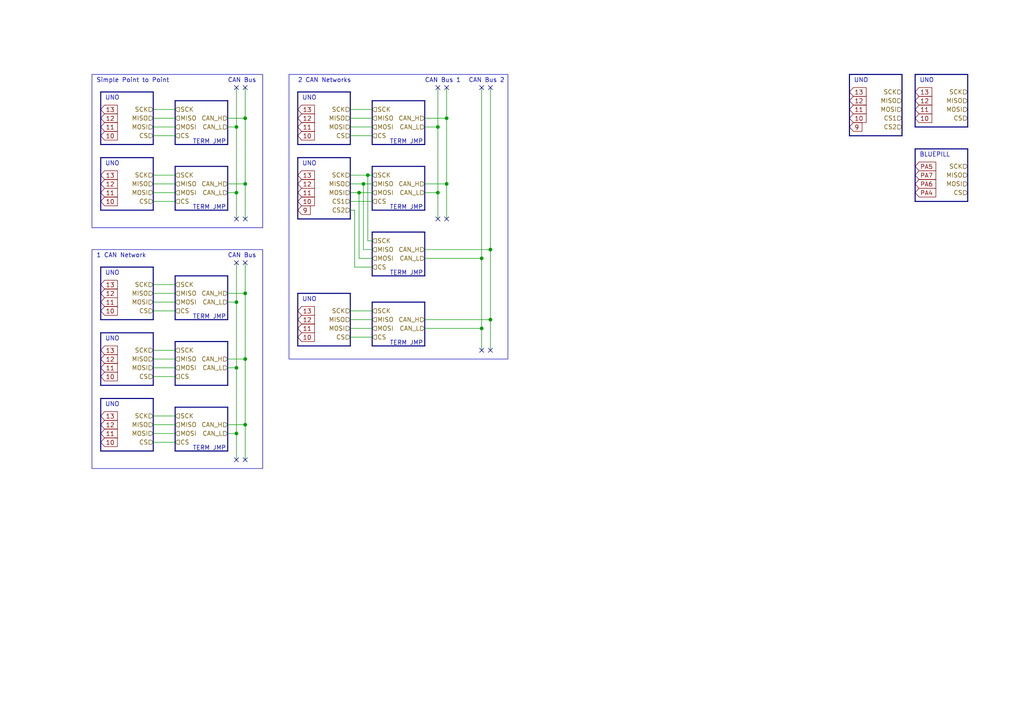
<source format=kicad_sch>
(kicad_sch (version 20230121) (generator eeschema)
  (paper "A4")
  (lib_symbols)
  (junction (at 129.54 53.34))
  (junction (at 71.12 85.09))
  (junction (at 71.12 53.34))
  (junction (at 104.14 55.88))
  (junction (at 106.68 50.8))
  (junction (at 139.7 95.25))
  (junction (at 129.54 34.29))
  (junction (at 142.24 92.71))
  (junction (at 71.12 123.19))
  (junction (at 71.12 34.29))
  (junction (at 139.7 74.93))
  (junction (at 68.58 55.88))
  (junction (at 127 36.83))
  (junction (at 68.58 125.73))
  (junction (at 127 55.88))
  (junction (at 68.58 87.63))
  (junction (at 105.41 53.34))
  (junction (at 68.58 36.83))
  (junction (at 71.12 104.14))
  (junction (at 68.58 106.68))
  (junction (at 142.24 72.39))
  (no_connect (at 71.12 25.4))
  (no_connect (at 68.58 133.35))
  (no_connect (at 127 25.4))
  (no_connect (at 71.12 133.35))
  (no_connect (at 68.58 76.2))
  (no_connect (at 139.7 101.6))
  (no_connect (at 71.12 63.5))
  (no_connect (at 139.7 25.4))
  (no_connect (at 127 63.5))
  (no_connect (at 129.54 25.4))
  (no_connect (at 142.24 25.4))
  (no_connect (at 129.54 63.5))
  (no_connect (at 71.12 76.2))
  (no_connect (at 68.58 25.4))
  (no_connect (at 68.58 63.5))
  (no_connect (at 142.24 101.6))
  (bus (pts (xy 44.45 60.96) (xy 29.21 60.96)))
  (bus (pts (xy 107.95 67.31) (xy 123.19 67.31)))
  (bus (pts (xy 265.43 21.59) (xy 265.43 36.83)))
  (wire (pts (xy 102.87 77.47) (xy 107.95 77.47)))
  (bus (pts (xy 261.62 21.59) (xy 261.62 39.37)))
  (bus (pts (xy 280.67 43.18) (xy 280.67 58.42)))
  (bus (pts (xy 29.21 26.67) (xy 29.21 41.91)))
  (bus (pts (xy 29.21 96.52) (xy 29.21 111.76)))
  (wire (pts (xy 104.14 55.88) (xy 107.95 55.88)))
  (bus (pts (xy 280.67 43.18) (xy 265.43 43.18)))
  (wire (pts (xy 101.6 97.79) (xy 107.95 97.79)))
  (bus (pts (xy 101.6 85.09) (xy 101.6 100.33)))
  (wire (pts (xy 102.87 60.96) (xy 102.87 77.47)))
  (wire (pts (xy 68.58 25.4) (xy 68.58 36.83)))
  (wire (pts (xy 44.45 125.73) (xy 50.8 125.73)))
  (bus (pts (xy 261.62 21.59) (xy 246.38 21.59)))
  (wire (pts (xy 44.45 123.19) (xy 50.8 123.19)))
  (bus (pts (xy 44.45 77.47) (xy 29.21 77.47)))
  (bus (pts (xy 107.95 67.31) (xy 107.95 80.01)))
  (bus (pts (xy 66.04 99.06) (xy 66.04 111.76)))
  (wire (pts (xy 71.12 123.19) (xy 71.12 133.35)))
  (wire (pts (xy 101.6 55.88) (xy 104.14 55.88)))
  (bus (pts (xy 50.8 80.01) (xy 66.04 80.01)))
  (bus (pts (xy 44.45 111.76) (xy 29.21 111.76)))
  (wire (pts (xy 129.54 25.4) (xy 129.54 34.29)))
  (bus (pts (xy 50.8 99.06) (xy 66.04 99.06)))
  (wire (pts (xy 68.58 87.63) (xy 68.58 106.68)))
  (wire (pts (xy 106.68 50.8) (xy 107.95 50.8)))
  (wire (pts (xy 101.6 39.37) (xy 107.95 39.37)))
  (bus (pts (xy 280.67 58.42) (xy 265.43 58.42)))
  (wire (pts (xy 123.19 36.83) (xy 127 36.83)))
  (bus (pts (xy 107.95 29.21) (xy 107.95 41.91)))
  (wire (pts (xy 66.04 36.83) (xy 68.58 36.83)))
  (bus (pts (xy 50.8 118.11) (xy 66.04 118.11)))
  (wire (pts (xy 44.45 90.17) (xy 50.8 90.17)))
  (bus (pts (xy 107.95 41.91) (xy 123.19 41.91)))
  (bus (pts (xy 29.21 115.57) (xy 29.21 130.81)))
  (bus (pts (xy 44.45 115.57) (xy 29.21 115.57)))
  (bus (pts (xy 123.19 87.63) (xy 123.19 100.33)))
  (wire (pts (xy 44.45 53.34) (xy 50.8 53.34)))
  (bus (pts (xy 261.62 39.37) (xy 246.38 39.37)))
  (wire (pts (xy 44.45 104.14) (xy 50.8 104.14)))
  (wire (pts (xy 101.6 95.25) (xy 107.95 95.25)))
  (wire (pts (xy 71.12 76.2) (xy 71.12 85.09)))
  (wire (pts (xy 123.19 72.39) (xy 142.24 72.39)))
  (wire (pts (xy 71.12 85.09) (xy 71.12 104.14)))
  (bus (pts (xy 107.95 87.63) (xy 107.95 100.33)))
  (wire (pts (xy 71.12 34.29) (xy 71.12 53.34)))
  (bus (pts (xy 107.95 87.63) (xy 123.19 87.63)))
  (wire (pts (xy 123.19 34.29) (xy 129.54 34.29)))
  (bus (pts (xy 86.36 85.09) (xy 86.36 100.33)))
  (bus (pts (xy 50.8 60.96) (xy 66.04 60.96)))
  (wire (pts (xy 71.12 104.14) (xy 71.12 123.19)))
  (bus (pts (xy 123.19 29.21) (xy 123.19 41.91)))
  (wire (pts (xy 66.04 123.19) (xy 71.12 123.19)))
  (wire (pts (xy 66.04 85.09) (xy 71.12 85.09)))
  (wire (pts (xy 129.54 53.34) (xy 129.54 34.29)))
  (wire (pts (xy 101.6 58.42) (xy 107.95 58.42)))
  (bus (pts (xy 44.45 115.57) (xy 44.45 130.81)))
  (bus (pts (xy 29.21 77.47) (xy 29.21 92.71)))
  (wire (pts (xy 105.41 53.34) (xy 105.41 72.39)))
  (bus (pts (xy 44.45 26.67) (xy 29.21 26.67)))
  (wire (pts (xy 139.7 95.25) (xy 139.7 101.6)))
  (wire (pts (xy 105.41 72.39) (xy 107.95 72.39)))
  (bus (pts (xy 44.45 77.47) (xy 44.45 92.71)))
  (wire (pts (xy 44.45 34.29) (xy 50.8 34.29)))
  (bus (pts (xy 101.6 26.67) (xy 101.6 41.91)))
  (bus (pts (xy 50.8 80.01) (xy 50.8 92.71)))
  (wire (pts (xy 104.14 74.93) (xy 107.95 74.93)))
  (bus (pts (xy 44.45 96.52) (xy 44.45 111.76)))
  (bus (pts (xy 101.6 85.09) (xy 86.36 85.09)))
  (wire (pts (xy 66.04 87.63) (xy 68.58 87.63)))
  (bus (pts (xy 123.19 48.26) (xy 123.19 60.96)))
  (wire (pts (xy 106.68 50.8) (xy 106.68 69.85)))
  (bus (pts (xy 101.6 45.72) (xy 86.36 45.72)))
  (bus (pts (xy 50.8 29.21) (xy 50.8 41.91)))
  (wire (pts (xy 68.58 125.73) (xy 68.58 133.35)))
  (wire (pts (xy 139.7 25.4) (xy 139.7 74.93)))
  (wire (pts (xy 106.68 69.85) (xy 107.95 69.85)))
  (bus (pts (xy 107.95 29.21) (xy 123.19 29.21)))
  (wire (pts (xy 44.45 31.75) (xy 50.8 31.75)))
  (wire (pts (xy 44.45 128.27) (xy 50.8 128.27)))
  (wire (pts (xy 142.24 72.39) (xy 142.24 92.71)))
  (wire (pts (xy 66.04 106.68) (xy 68.58 106.68)))
  (wire (pts (xy 129.54 53.34) (xy 129.54 63.5)))
  (wire (pts (xy 139.7 74.93) (xy 139.7 95.25)))
  (bus (pts (xy 44.45 96.52) (xy 29.21 96.52)))
  (bus (pts (xy 44.45 41.91) (xy 29.21 41.91)))
  (wire (pts (xy 101.6 90.17) (xy 107.95 90.17)))
  (wire (pts (xy 123.19 95.25) (xy 139.7 95.25)))
  (bus (pts (xy 50.8 48.26) (xy 50.8 60.96)))
  (bus (pts (xy 50.8 99.06) (xy 50.8 111.76)))
  (wire (pts (xy 142.24 25.4) (xy 142.24 72.39)))
  (bus (pts (xy 101.6 63.5) (xy 86.36 63.5)))
  (wire (pts (xy 105.41 53.34) (xy 107.95 53.34)))
  (wire (pts (xy 44.45 55.88) (xy 50.8 55.88)))
  (bus (pts (xy 50.8 92.71) (xy 66.04 92.71)))
  (wire (pts (xy 68.58 106.68) (xy 68.58 125.73)))
  (bus (pts (xy 66.04 118.11) (xy 66.04 130.81)))
  (wire (pts (xy 44.45 36.83) (xy 50.8 36.83)))
  (bus (pts (xy 44.45 45.72) (xy 44.45 60.96)))
  (bus (pts (xy 66.04 29.21) (xy 66.04 41.91)))
  (wire (pts (xy 66.04 104.14) (xy 71.12 104.14)))
  (wire (pts (xy 127 25.4) (xy 127 36.83)))
  (bus (pts (xy 66.04 48.26) (xy 66.04 60.96)))
  (bus (pts (xy 50.8 48.26) (xy 66.04 48.26)))
  (wire (pts (xy 127 55.88) (xy 127 63.5)))
  (bus (pts (xy 86.36 26.67) (xy 86.36 41.91)))
  (bus (pts (xy 50.8 41.91) (xy 66.04 41.91)))
  (bus (pts (xy 107.95 60.96) (xy 123.19 60.96)))
  (bus (pts (xy 44.45 92.71) (xy 29.21 92.71)))
  (bus (pts (xy 86.36 45.72) (xy 86.36 63.5)))
  (bus (pts (xy 280.67 21.59) (xy 265.43 21.59)))
  (bus (pts (xy 107.95 48.26) (xy 107.95 60.96)))
  (wire (pts (xy 101.6 36.83) (xy 107.95 36.83)))
  (wire (pts (xy 44.45 120.65) (xy 50.8 120.65)))
  (bus (pts (xy 50.8 130.81) (xy 66.04 130.81)))
  (bus (pts (xy 44.45 26.67) (xy 44.45 41.91)))
  (bus (pts (xy 50.8 118.11) (xy 50.8 130.81)))
  (bus (pts (xy 44.45 130.81) (xy 29.21 130.81)))
  (bus (pts (xy 101.6 100.33) (xy 86.36 100.33)))
  (wire (pts (xy 66.04 55.88) (xy 68.58 55.88)))
  (wire (pts (xy 68.58 55.88) (xy 68.58 63.5)))
  (bus (pts (xy 50.8 111.76) (xy 66.04 111.76)))
  (wire (pts (xy 68.58 76.2) (xy 68.58 87.63)))
  (wire (pts (xy 44.45 109.22) (xy 50.8 109.22)))
  (wire (pts (xy 71.12 25.4) (xy 71.12 34.29)))
  (bus (pts (xy 50.8 29.21) (xy 66.04 29.21)))
  (wire (pts (xy 44.45 82.55) (xy 50.8 82.55)))
  (wire (pts (xy 66.04 34.29) (xy 71.12 34.29)))
  (wire (pts (xy 127 55.88) (xy 123.19 55.88)))
  (wire (pts (xy 142.24 92.71) (xy 142.24 101.6)))
  (bus (pts (xy 123.19 67.31) (xy 123.19 80.01)))
  (bus (pts (xy 280.67 36.83) (xy 265.43 36.83)))
  (wire (pts (xy 104.14 55.88) (xy 104.14 74.93)))
  (bus (pts (xy 107.95 48.26) (xy 123.19 48.26)))
  (bus (pts (xy 101.6 26.67) (xy 86.36 26.67)))
  (bus (pts (xy 265.43 43.18) (xy 265.43 58.42)))
  (wire (pts (xy 66.04 125.73) (xy 68.58 125.73)))
  (wire (pts (xy 123.19 74.93) (xy 139.7 74.93)))
  (bus (pts (xy 246.38 21.59) (xy 246.38 39.37)))
  (wire (pts (xy 71.12 53.34) (xy 71.12 63.5)))
  (wire (pts (xy 101.6 50.8) (xy 106.68 50.8)))
  (wire (pts (xy 101.6 53.34) (xy 105.41 53.34)))
  (wire (pts (xy 66.04 53.34) (xy 71.12 53.34)))
  (bus (pts (xy 101.6 41.91) (xy 86.36 41.91)))
  (bus (pts (xy 107.95 80.01) (xy 123.19 80.01)))
  (wire (pts (xy 123.19 92.71) (xy 142.24 92.71)))
  (wire (pts (xy 44.45 106.68) (xy 50.8 106.68)))
  (wire (pts (xy 44.45 85.09) (xy 50.8 85.09)))
  (wire (pts (xy 123.19 53.34) (xy 129.54 53.34)))
  (wire (pts (xy 101.6 92.71) (xy 107.95 92.71)))
  (wire (pts (xy 44.45 50.8) (xy 50.8 50.8)))
  (wire (pts (xy 101.6 34.29) (xy 107.95 34.29)))
  (wire (pts (xy 68.58 36.83) (xy 68.58 55.88)))
  (wire (pts (xy 44.45 39.37) (xy 50.8 39.37)))
  (wire (pts (xy 44.45 101.6) (xy 50.8 101.6)))
  (wire (pts (xy 44.45 87.63) (xy 50.8 87.63)))
  (bus (pts (xy 280.67 21.59) (xy 280.67 36.83)))
  (bus (pts (xy 101.6 45.72) (xy 101.6 63.5)))
  (wire (pts (xy 127 36.83) (xy 127 55.88)))
  (bus (pts (xy 107.95 100.33) (xy 123.19 100.33)))
  (wire (pts (xy 44.45 58.42) (xy 50.8 58.42)))
  (wire (pts (xy 101.6 60.96) (xy 102.87 60.96)))
  (bus (pts (xy 29.21 45.72) (xy 29.21 60.96)))
  (wire (pts (xy 101.6 31.75) (xy 107.95 31.75)))
  (bus (pts (xy 66.04 80.01) (xy 66.04 92.71)))
  (bus (pts (xy 44.45 45.72) (xy 29.21 45.72)))
  (rectangle (start 26.67 72.39) (end 76.2 135.89))
  (rectangle (start 83.82 21.59) (end 147.32 104.14))
  (rectangle (start 26.67 21.59) (end 76.2 66.04))
  (text "TERM JMP" (at 55.88 41.91 0) (effects (font (size 1.27 1.27)) (justify left bottom)))
  (text "UNO" (at 30.48 80.01 0) (effects (font (size 1.27 1.27)) (justify left bottom)))
  (text "UNO" (at 30.48 29.21 0) (effects (font (size 1.27 1.27)) (justify left bottom)))
  (text "UNO" (at 87.63 48.26 0) (effects (font (size 1.27 1.27)) (justify left bottom)))
  (text "CAN Bus" (at 66.04 74.93 0) (effects (font (size 1.27 1.27)) (justify left bottom)))
  (text "CAN Bus 1" (at 123.19 24.13 0) (effects (font (size 1.27 1.27)) (justify left bottom)))
  (text "TERM JMP" (at 55.88 130.81 0) (effects (font (size 1.27 1.27)) (justify left bottom)))
  (text "TERM JMP" (at 113.03 80.01 0) (effects (font (size 1.27 1.27)) (justify left bottom)))
  (text "CAN Bus" (at 66.04 24.13 0) (effects (font (size 1.27 1.27)) (justify left bottom)))
  (text "1 CAN Network" (at 27.94 74.93 0) (effects (font (size 1.27 1.27)) (justify left bottom)))
  (text "UNO" (at 30.48 118.11 0) (effects (font (size 1.27 1.27)) (justify left bottom)))
  (text "UNO" (at 247.65 24.13 0) (effects (font (size 1.27 1.27)) (justify left bottom)))
  (text "UNO" (at 266.7 24.13 0) (effects (font (size 1.27 1.27)) (justify left bottom)))
  (text "UNO" (at 87.63 29.21 0) (effects (font (size 1.27 1.27)) (justify left bottom)))
  (text "TERM JMP" (at 113.03 41.91 0) (effects (font (size 1.27 1.27)) (justify left bottom)))
  (text "2 CAN Networks" (at 86.36 24.13 0) (effects (font (size 1.27 1.27)) (justify left bottom)))
  (text "TERM JMP" (at 113.03 100.33 0) (effects (font (size 1.27 1.27)) (justify left bottom)))
  (text "TERM JMP" (at 113.03 60.96 0) (effects (font (size 1.27 1.27)) (justify left bottom)))
  (text "TERM JMP" (at 55.88 60.96 0) (effects (font (size 1.27 1.27)) (justify left bottom)))
  (text "TERM JMP" (at 55.88 92.71 0) (effects (font (size 1.27 1.27)) (justify left bottom)))
  (text "UNO" (at 87.63 87.63 0) (effects (font (size 1.27 1.27)) (justify left bottom)))
  (text "BLUEPILL" (at 266.7 45.72 0) (effects (font (size 1.27 1.27)) (justify left bottom)))
  (text "Simple Point to Point" (at 27.94 24.13 0) (effects (font (size 1.27 1.27)) (justify left bottom)))
  (text "UNO" (at 30.48 99.06 0) (effects (font (size 1.27 1.27)) (justify left bottom)))
  (text "UNO" (at 30.48 48.26 0) (effects (font (size 1.27 1.27)) (justify left bottom)))
  (text "CAN Bus 2" (at 135.89 24.13 0) (effects (font (size 1.27 1.27)) (justify left bottom)))
  (global_label "11" (shape input) (at 29.21 55.88 0) (property "Intersheetrefs" "${INTERSHEET_REFS}" (effects hide)))
  (global_label "13" (shape input) (at 29.21 82.55 0) (property "Intersheetrefs" "${INTERSHEET_REFS}" (effects hide)))
  (global_label "13" (shape input) (at 29.21 31.75 0) (property "Intersheetrefs" "${INTERSHEET_REFS}" (effects hide)))
  (global_label "13" (shape input) (at 29.21 120.65 0) (property "Intersheetrefs" "${INTERSHEET_REFS}" (effects hide)))
  (global_label "10" (shape input) (at 86.36 97.79 0) (property "Intersheetrefs" "${INTERSHEET_REFS}" (effects hide)))
  (global_label "9" (shape input) (at 246.38 36.83 0) (property "Intersheetrefs" "${INTERSHEET_REFS}" (effects hide)))
  (global_label "12" (shape input) (at 29.21 53.34 0) (property "Intersheetrefs" "${INTERSHEET_REFS}" (effects hide)))
  (global_label "12" (shape input) (at 86.36 92.71 0) (property "Intersheetrefs" "${INTERSHEET_REFS}" (effects hide)))
  (global_label "11" (shape input) (at 86.36 55.88 0) (property "Intersheetrefs" "${INTERSHEET_REFS}" (effects hide)))
  (global_label "11" (shape input) (at 246.38 31.75 0) (property "Intersheetrefs" "${INTERSHEET_REFS}" (effects hide)))
  (global_label "13" (shape input) (at 29.21 101.6 0) (property "Intersheetrefs" "${INTERSHEET_REFS}" (effects hide)))
  (global_label "10" (shape input) (at 246.38 34.29 0) (property "Intersheetrefs" "${INTERSHEET_REFS}" (effects hide)))
  (global_label "PA7" (shape input) (at 265.43 50.8 0) (property "Intersheetrefs" "${INTERSHEET_REFS}" (effects hide)))
  (global_label "13" (shape input) (at 86.36 31.75 0) (property "Intersheetrefs" "${INTERSHEET_REFS}" (effects hide)))
  (global_label "11" (shape input) (at 265.43 31.75 0) (property "Intersheetrefs" "${INTERSHEET_REFS}" (effects hide)))
  (global_label "13" (shape input) (at 86.36 90.17 0) (property "Intersheetrefs" "${INTERSHEET_REFS}" (effects hide)))
  (global_label "10" (shape input) (at 29.21 90.17 0) (property "Intersheetrefs" "${INTERSHEET_REFS}" (effects hide)))
  (global_label "10" (shape input) (at 265.43 34.29 0) (property "Intersheetrefs" "${INTERSHEET_REFS}" (effects hide)))
  (global_label "11" (shape input) (at 29.21 106.68 0) (property "Intersheetrefs" "${INTERSHEET_REFS}" (effects hide)))
  (global_label "10" (shape input) (at 86.36 58.42 0) (property "Intersheetrefs" "${INTERSHEET_REFS}" (effects hide)))
  (global_label "PA6" (shape input) (at 265.43 53.34 0) (property "Intersheetrefs" "${INTERSHEET_REFS}" (effects hide)))
  (global_label "10" (shape input) (at 29.21 109.22 0) (property "Intersheetrefs" "${INTERSHEET_REFS}" (effects hide)))
  (global_label "11" (shape input) (at 86.36 36.83 0) (property "Intersheetrefs" "${INTERSHEET_REFS}" (effects hide)))
  (global_label "10" (shape input) (at 86.36 39.37 0) (property "Intersheetrefs" "${INTERSHEET_REFS}" (effects hide)))
  (global_label "12" (shape input) (at 29.21 85.09 0) (property "Intersheetrefs" "${INTERSHEET_REFS}" (effects hide)))
  (global_label "10" (shape input) (at 29.21 39.37 0) (property "Intersheetrefs" "${INTERSHEET_REFS}" (effects hide)))
  (global_label "12" (shape input) (at 29.21 123.19 0) (property "Intersheetrefs" "${INTERSHEET_REFS}" (effects hide)))
  (global_label "11" (shape input) (at 29.21 87.63 0) (property "Intersheetrefs" "${INTERSHEET_REFS}" (effects hide)))
  (global_label "13" (shape input) (at 246.38 26.67 0) (property "Intersheetrefs" "${INTERSHEET_REFS}" (effects hide)))
  (global_label "12" (shape input) (at 86.36 53.34 0) (property "Intersheetrefs" "${INTERSHEET_REFS}" (effects hide)))
  (global_label "11" (shape input) (at 29.21 125.73 0) (property "Intersheetrefs" "${INTERSHEET_REFS}" (effects hide)))
  (global_label "13" (shape input) (at 29.21 50.8 0) (property "Intersheetrefs" "${INTERSHEET_REFS}" (effects hide)))
  (global_label "10" (shape input) (at 29.21 58.42 0) (property "Intersheetrefs" "${INTERSHEET_REFS}" (effects hide)))
  (global_label "12" (shape input) (at 29.21 104.14 0) (property "Intersheetrefs" "${INTERSHEET_REFS}" (effects hide)))
  (global_label "13" (shape input) (at 86.36 50.8 0) (property "Intersheetrefs" "${INTERSHEET_REFS}" (effects hide)))
  (global_label "12" (shape input) (at 29.21 34.29 0) (property "Intersheetrefs" "${INTERSHEET_REFS}" (effects hide)))
  (global_label "PA4" (shape input) (at 265.43 55.88 0) (property "Intersheetrefs" "${INTERSHEET_REFS}" (effects hide)))
  (global_label "11" (shape input) (at 29.21 36.83 0) (property "Intersheetrefs" "${INTERSHEET_REFS}" (effects hide)))
  (global_label "PA5" (shape input) (at 265.43 48.26 0) (property "Intersheetrefs" "${INTERSHEET_REFS}" (effects hide)))
  (global_label "12" (shape input) (at 246.38 29.21 0) (property "Intersheetrefs" "${INTERSHEET_REFS}" (effects hide)))
  (global_label "12" (shape input) (at 265.43 29.21 0) (property "Intersheetrefs" "${INTERSHEET_REFS}" (effects hide)))
  (global_label "13" (shape input) (at 265.43 26.67 0) (property "Intersheetrefs" "${INTERSHEET_REFS}" (effects hide)))
  (global_label "12" (shape input) (at 86.36 34.29 0) (property "Intersheetrefs" "${INTERSHEET_REFS}" (effects hide)))
  (global_label "10" (shape input) (at 29.21 128.27 0) (property "Intersheetrefs" "${INTERSHEET_REFS}" (effects hide)))
  (global_label "9" (shape input) (at 86.36 60.96 0) (property "Intersheetrefs" "${INTERSHEET_REFS}" (effects hide)))
  (global_label "11" (shape input) (at 86.36 95.25 0) (property "Intersheetrefs" "${INTERSHEET_REFS}" (effects hide)))
  (hierarchical_label "MISO" (shape input) (at 44.45 53.34 180))
  (hierarchical_label "CAN_H" (shape input) (at 66.04 123.19 180))
  (hierarchical_label "MOSI" (shape input) (at 107.95 74.93 0))
  (hierarchical_label "CAN_H" (shape input) (at 66.04 34.29 180))
  (hierarchical_label "SCK" (shape input) (at 44.45 101.6 180))
  (hierarchical_label "CS1" (shape input) (at 101.6 58.42 180))
  (hierarchical_label "MOSI" (shape input) (at 261.62 31.75 180))
  (hierarchical_label "SCK" (shape input) (at 280.67 48.26 180))
  (hierarchical_label "SCK" (shape input) (at 107.95 90.17 0))
  (hierarchical_label "MISO" (shape input) (at 101.6 92.71 180))
  (hierarchical_label "MOSI" (shape input) (at 280.67 31.75 180))
  (hierarchical_label "CS" (shape input) (at 50.8 109.22 0))
  (hierarchical_label "MOSI" (shape input) (at 50.8 36.83 0))
  (hierarchical_label "SCK" (shape input) (at 50.8 101.6 0))
  (hierarchical_label "CAN_L" (shape input) (at 66.04 125.73 180))
  (hierarchical_label "CAN_H" (shape input) (at 66.04 104.14 180))
  (hierarchical_label "MISO" (shape input) (at 50.8 104.14 0))
  (hierarchical_label "CS" (shape input) (at 280.67 55.88 180))
  (hierarchical_label "CAN_L" (shape input) (at 66.04 106.68 180))
  (hierarchical_label "CS" (shape input) (at 50.8 90.17 0))
  (hierarchical_label "CS" (shape input) (at 101.6 97.79 180))
  (hierarchical_label "MISO" (shape input) (at 44.45 123.19 180))
  (hierarchical_label "CS" (shape input) (at 280.67 34.29 180))
  (hierarchical_label "CAN_L" (shape input) (at 123.19 74.93 180))
  (hierarchical_label "MOSI" (shape input) (at 50.8 106.68 0))
  (hierarchical_label "MOSI" (shape input) (at 107.95 36.83 0))
  (hierarchical_label "MOSI" (shape input) (at 44.45 106.68 180))
  (hierarchical_label "MISO" (shape input) (at 107.95 34.29 0))
  (hierarchical_label "CAN_H" (shape input) (at 66.04 53.34 180))
  (hierarchical_label "CS" (shape input) (at 44.45 58.42 180))
  (hierarchical_label "CS" (shape input) (at 107.95 77.47 0))
  (hierarchical_label "CS" (shape input) (at 44.45 128.27 180))
  (hierarchical_label "CAN_L" (shape input) (at 123.19 95.25 180))
  (hierarchical_label "CAN_H" (shape input) (at 123.19 92.71 180))
  (hierarchical_label "MISO" (shape input) (at 101.6 34.29 180))
  (hierarchical_label "SCK" (shape input) (at 44.45 50.8 180))
  (hierarchical_label "CAN_H" (shape input) (at 123.19 34.29 180))
  (hierarchical_label "MOSI" (shape input) (at 50.8 55.88 0))
  (hierarchical_label "MISO" (shape input) (at 50.8 85.09 0))
  (hierarchical_label "MOSI" (shape input) (at 44.45 87.63 180))
  (hierarchical_label "CS" (shape input) (at 44.45 109.22 180))
  (hierarchical_label "CS" (shape input) (at 107.95 97.79 0))
  (hierarchical_label "MOSI" (shape input) (at 44.45 36.83 180))
  (hierarchical_label "SCK" (shape input) (at 50.8 50.8 0))
  (hierarchical_label "MISO" (shape input) (at 44.45 104.14 180))
  (hierarchical_label "SCK" (shape input) (at 44.45 120.65 180))
  (hierarchical_label "MISO" (shape input) (at 280.67 50.8 180))
  (hierarchical_label "MOSI" (shape input) (at 101.6 36.83 180))
  (hierarchical_label "MOSI" (shape input) (at 44.45 125.73 180))
  (hierarchical_label "MOSI" (shape input) (at 101.6 95.25 180))
  (hierarchical_label "MISO" (shape input) (at 107.95 53.34 0))
  (hierarchical_label "CAN_L" (shape input) (at 66.04 55.88 180))
  (hierarchical_label "CS" (shape input) (at 50.8 128.27 0))
  (hierarchical_label "SCK" (shape input) (at 107.95 31.75 0))
  (hierarchical_label "CS" (shape input) (at 107.95 39.37 0))
  (hierarchical_label "SCK" (shape input) (at 261.62 26.67 180))
  (hierarchical_label "CAN_L" (shape input) (at 66.04 87.63 180))
  (hierarchical_label "CAN_H" (shape input) (at 123.19 53.34 180))
  (hierarchical_label "MOSI" (shape input) (at 50.8 87.63 0))
  (hierarchical_label "MISO" (shape input) (at 101.6 53.34 180))
  (hierarchical_label "SCK" (shape input) (at 50.8 31.75 0))
  (hierarchical_label "CAN_L" (shape input) (at 123.19 36.83 180))
  (hierarchical_label "CS2" (shape input) (at 101.6 60.96 180))
  (hierarchical_label "SCK" (shape input) (at 107.95 69.85 0))
  (hierarchical_label "SCK" (shape input) (at 44.45 31.75 180))
  (hierarchical_label "SCK" (shape input) (at 107.95 50.8 0))
  (hierarchical_label "SCK" (shape input) (at 280.67 26.67 180))
  (hierarchical_label "MOSI" (shape input) (at 50.8 125.73 0))
  (hierarchical_label "MOSI" (shape input) (at 44.45 55.88 180))
  (hierarchical_label "MOSI" (shape input) (at 107.95 95.25 0))
  (hierarchical_label "SCK" (shape input) (at 101.6 31.75 180))
  (hierarchical_label "MOSI" (shape input) (at 280.67 53.34 180))
  (hierarchical_label "CS1" (shape input) (at 261.62 34.29 180))
  (hierarchical_label "CAN_L" (shape input) (at 123.19 55.88 180))
  (hierarchical_label "MOSI" (shape input) (at 107.95 55.88 0))
  (hierarchical_label "MISO" (shape input) (at 261.62 29.21 180))
  (hierarchical_label "CAN_H" (shape input) (at 123.19 72.39 180))
  (hierarchical_label "CS" (shape input) (at 44.45 90.17 180))
  (hierarchical_label "SCK" (shape input) (at 50.8 120.65 0))
  (hierarchical_label "SCK" (shape input) (at 101.6 50.8 180))
  (hierarchical_label "CAN_L" (shape input) (at 66.04 36.83 180))
  (hierarchical_label "MISO" (shape input) (at 50.8 34.29 0))
  (hierarchical_label "CS" (shape input) (at 50.8 58.42 0))
  (hierarchical_label "CS" (shape input) (at 107.95 58.42 0))
  (hierarchical_label "MISO" (shape input) (at 107.95 92.71 0))
  (hierarchical_label "SCK" (shape input) (at 50.8 82.55 0))
  (hierarchical_label "MISO" (shape input) (at 44.45 85.09 180))
  (hierarchical_label "MISO" (shape input) (at 107.95 72.39 0))
  (hierarchical_label "CS" (shape input) (at 44.45 39.37 180))
  (hierarchical_label "MISO" (shape input) (at 50.8 123.19 0))
  (hierarchical_label "MISO" (shape input) (at 50.8 53.34 0))
  (hierarchical_label "SCK" (shape input) (at 44.45 82.55 180))
  (hierarchical_label "CS" (shape input) (at 50.8 39.37 0))
  (hierarchical_label "CS2" (shape input) (at 261.62 36.83 180))
  (hierarchical_label "MISO" (shape input) (at 44.45 34.29 180))
  (hierarchical_label "CS" (shape input) (at 101.6 39.37 180))
  (hierarchical_label "MOSI" (shape input) (at 101.6 55.88 180))
  (hierarchical_label "MISO" (shape input) (at 280.67 29.21 180))
  (hierarchical_label "CAN_H" (shape input) (at 66.04 85.09 180))
  (hierarchical_label "SCK" (shape input) (at 101.6 90.17 180))
)
</source>
